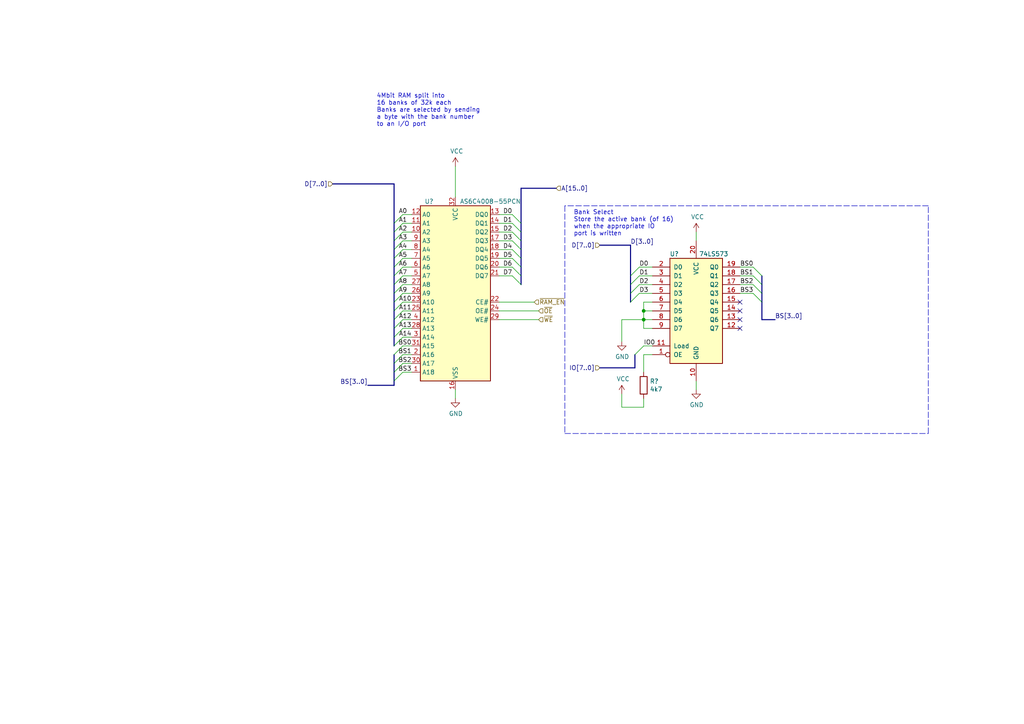
<source format=kicad_sch>
(kicad_sch (version 20211123) (generator eeschema)
  (paper "A4")
  (lib_symbols
    (symbol "74xx:74LS573" (pin_names (offset 1.016))
      (property "Reference" "U" (at -7.62 16.51 0))
      (property "Value" "74LS573" (at -7.62 -16.51 0))
      (symbol "74LS573_1_0"
        (pin input inverted (at -12.7 -12.7 0) (length 5.08) (name "OE") (number "1"))
        (pin power_in line (at 0 -20.32 90) (length 5.08) (name "GND") (number "10"))
        (pin input line (at -12.7 -10.16 0) (length 5.08) (name "Load") (number "11"))
        (pin tri_state line (at 12.7 -5.08 180) (length 5.08) (name "Q7") (number "12"))
        (pin tri_state line (at 12.7 -2.54 180) (length 5.08) (name "Q6") (number "13"))
        (pin tri_state line (at 12.7 0 180) (length 5.08) (name "Q5") (number "14"))
        (pin tri_state line (at 12.7 2.54 180) (length 5.08) (name "Q4") (number "15"))
        (pin tri_state line (at 12.7 5.08 180) (length 5.08) (name "Q3") (number "16"))
        (pin tri_state line (at 12.7 7.62 180) (length 5.08) (name "Q2") (number "17"))
        (pin tri_state line (at 12.7 10.16 180) (length 5.08) (name "Q1") (number "18"))
        (pin tri_state line (at 12.7 12.7 180) (length 5.08) (name "Q0") (number "19"))
        (pin input line (at -12.7 12.7 0) (length 5.08) (name "D0") (number "2"))
        (pin power_in line (at 0 20.32 270) (length 5.08) (name "VCC") (number "20"))
        (pin input line (at -12.7 10.16 0) (length 5.08) (name "D1") (number "3"))
        (pin input line (at -12.7 7.62 0) (length 5.08) (name "D2") (number "4"))
        (pin input line (at -12.7 5.08 0) (length 5.08) (name "D3") (number "5"))
        (pin input line (at -12.7 2.54 0) (length 5.08) (name "D4") (number "6"))
        (pin input line (at -12.7 0 0) (length 5.08) (name "D5") (number "7"))
        (pin input line (at -12.7 -2.54 0) (length 5.08) (name "D6") (number "8"))
        (pin input line (at -12.7 -5.08 0) (length 5.08) (name "D7") (number "9"))
      )
      (symbol "74LS573_1_1"
        (rectangle (start -7.62 15.24) (end 7.62 -15.24) (stroke (width 0.254)) (fill (type background)))
      )
    )
    (symbol "Device:R" (pin_numbers hide) (pin_names (offset 0))
      (property "Reference" "R" (at 2.032 0 90))
      (property "Value" "R" (at 0 0 90))
      (symbol "R_0_1"
        (rectangle (start -1.016 -2.54) (end 1.016 2.54) (stroke (width 0.254)))
      )
      (symbol "R_1_1"
        (pin passive line (at 0 3.81 270) (length 1.27) (name "~") (number "1"))
        (pin passive line (at 0 -3.81 90) (length 1.27) (name "~") (number "2"))
      )
    )
    (symbol "Memory_RAM:AS6C4008-55PCN"
      (property "Reference" "U" (at -10.16 26.035 0))
      (property "Value" "AS6C4008-55PCN" (at 2.54 26.035 0))
      (symbol "AS6C4008-55PCN_0_0"
        (pin power_in line (at 0 -27.94 90) (length 2.54) (name "VSS") (number "16"))
        (pin power_in line (at 0 27.94 270) (length 2.54) (name "VCC") (number "32"))
      )
      (symbol "AS6C4008-55PCN_0_1"
        (rectangle (start -10.16 25.4) (end 10.16 -25.4) (stroke (width 0.254)) (fill (type background)))
      )
      (symbol "AS6C4008-55PCN_1_1"
        (pin input line (at -12.7 -22.86 0) (length 2.54) (name "A18") (number "1"))
        (pin input line (at -12.7 17.78 0) (length 2.54) (name "A2") (number "10"))
        (pin input line (at -12.7 20.32 0) (length 2.54) (name "A1") (number "11"))
        (pin input line (at -12.7 22.86 0) (length 2.54) (name "A0") (number "12"))
        (pin tri_state line (at 12.7 22.86 180) (length 2.54) (name "DQ0") (number "13"))
        (pin tri_state line (at 12.7 20.32 180) (length 2.54) (name "DQ1") (number "14"))
        (pin tri_state line (at 12.7 17.78 180) (length 2.54) (name "DQ2") (number "15"))
        (pin tri_state line (at 12.7 15.24 180) (length 2.54) (name "DQ3") (number "17"))
        (pin tri_state line (at 12.7 12.7 180) (length 2.54) (name "DQ4") (number "18"))
        (pin tri_state line (at 12.7 10.16 180) (length 2.54) (name "DQ5") (number "19"))
        (pin input line (at -12.7 -17.78 0) (length 2.54) (name "A16") (number "2"))
        (pin tri_state line (at 12.7 7.62 180) (length 2.54) (name "DQ6") (number "20"))
        (pin tri_state line (at 12.7 5.08 180) (length 2.54) (name "DQ7") (number "21"))
        (pin input line (at 12.7 -2.54 180) (length 2.54) (name "CE#") (number "22"))
        (pin input line (at -12.7 -2.54 0) (length 2.54) (name "A10") (number "23"))
        (pin input line (at 12.7 -5.08 180) (length 2.54) (name "OE#") (number "24"))
        (pin input line (at -12.7 -5.08 0) (length 2.54) (name "A11") (number "25"))
        (pin input line (at -12.7 0 0) (length 2.54) (name "A9") (number "26"))
        (pin input line (at -12.7 2.54 0) (length 2.54) (name "A8") (number "27"))
        (pin input line (at -12.7 -10.16 0) (length 2.54) (name "A13") (number "28"))
        (pin input line (at 12.7 -7.62 180) (length 2.54) (name "WE#") (number "29"))
        (pin input line (at -12.7 -12.7 0) (length 2.54) (name "A14") (number "3"))
        (pin input line (at -12.7 -20.32 0) (length 2.54) (name "A17") (number "30"))
        (pin input line (at -12.7 -15.24 0) (length 2.54) (name "A15") (number "31"))
        (pin input line (at -12.7 -7.62 0) (length 2.54) (name "A12") (number "4"))
        (pin input line (at -12.7 5.08 0) (length 2.54) (name "A7") (number "5"))
        (pin input line (at -12.7 7.62 0) (length 2.54) (name "A6") (number "6"))
        (pin input line (at -12.7 10.16 0) (length 2.54) (name "A5") (number "7"))
        (pin input line (at -12.7 12.7 0) (length 2.54) (name "A4") (number "8"))
        (pin input line (at -12.7 15.24 0) (length 2.54) (name "A3") (number "9"))
      )
    )
    (symbol "power:GND" (power) (pin_names (offset 0))
      (property "Value" "GND" (at 0 -3.81 0))
      (symbol "GND_0_1"
        (polyline (pts (xy 0 0) (xy 0 -1.27) (xy 1.27 -1.27) (xy 0 -2.54) (xy -1.27 -1.27) (xy 0 -1.27)))
      )
      (symbol "GND_1_1"
        (pin power_in line (at 0 0 270) (length 0) hide (name "GND") (number "1"))
      )
    )
    (symbol "power:VCC" (power) (pin_names (offset 0))
      (property "Value" "VCC" (at 0 3.81 0))
      (symbol "VCC_0_1"
        (polyline (pts (xy -0.762 1.27) (xy 0 2.54)))
        (polyline (pts (xy 0 0) (xy 0 2.54)))
        (polyline (pts (xy 0 2.54) (xy 0.762 1.27)))
      )
      (symbol "VCC_1_1"
        (pin power_in line (at 0 0 90) (length 0) hide (name "VCC") (number "1"))
      )
    )
  )
  (junction (at 186.69 90.17))
  (junction (at 186.69 92.71))
  (no_connect (at 214.63 95.25))
  (no_connect (at 214.63 87.63))
  (no_connect (at 214.63 90.17))
  (no_connect (at 214.63 92.71))
  (bus_entry (at 186.69 100.33) (size -2.54 2.54))
  (bus_entry (at 116.84 100.33) (size -2.54 2.54))
  (bus_entry (at 116.84 69.85) (size -2.54 2.54))
  (bus_entry (at 116.84 77.47) (size -2.54 2.54))
  (bus_entry (at 185.42 80.01) (size -2.54 2.54))
  (bus_entry (at 148.59 69.85) (size 2.54 2.54))
  (bus_entry (at 185.42 77.47) (size -2.54 2.54))
  (bus_entry (at 218.44 82.55) (size 2.54 2.54))
  (bus_entry (at 116.84 92.71) (size -2.54 2.54))
  (bus_entry (at 185.42 85.09) (size -2.54 2.54))
  (bus_entry (at 116.84 90.17) (size -2.54 2.54))
  (bus_entry (at 116.84 64.77) (size -2.54 2.54))
  (bus_entry (at 148.59 62.23) (size 2.54 2.54))
  (bus_entry (at 116.84 105.41) (size -2.54 2.54))
  (bus_entry (at 116.84 82.55) (size -2.54 2.54))
  (bus_entry (at 218.44 77.47) (size 2.54 2.54))
  (bus_entry (at 218.44 85.09) (size 2.54 2.54))
  (bus_entry (at 148.59 67.31) (size 2.54 2.54))
  (bus_entry (at 116.84 97.79) (size -2.54 2.54))
  (bus_entry (at 116.84 72.39) (size -2.54 2.54))
  (bus_entry (at 148.59 64.77) (size 2.54 2.54))
  (bus_entry (at 116.84 87.63) (size -2.54 2.54))
  (bus_entry (at 116.84 102.87) (size -2.54 2.54))
  (bus_entry (at 116.84 107.95) (size -2.54 2.54))
  (bus_entry (at 148.59 77.47) (size 2.54 2.54))
  (bus_entry (at 116.84 67.31) (size -2.54 2.54))
  (bus_entry (at 116.84 74.93) (size -2.54 2.54))
  (bus_entry (at 148.59 72.39) (size 2.54 2.54))
  (bus_entry (at 218.44 80.01) (size 2.54 2.54))
  (bus_entry (at 148.59 74.93) (size 2.54 2.54))
  (bus_entry (at 116.84 95.25) (size -2.54 2.54))
  (bus_entry (at 116.84 80.01) (size -2.54 2.54))
  (bus_entry (at 116.84 62.23) (size -2.54 2.54))
  (bus_entry (at 116.84 85.09) (size -2.54 2.54))
  (bus_entry (at 185.42 82.55) (size -2.54 2.54))
  (bus_entry (at 148.59 80.01) (size 2.54 2.54))
  (bus (pts (xy 114.3 53.34) (xy 96.52 53.34)))
  (wire (pts (xy 116.84 102.87) (xy 119.38 102.87)))
  (wire (pts (xy 186.69 92.71) (xy 186.69 95.25)))
  (wire (pts (xy 201.93 113.03) (xy 201.93 110.49)))
  (wire (pts (xy 180.34 118.11) (xy 186.69 118.11)))
  (wire (pts (xy 119.38 80.01) (xy 116.84 80.01)))
  (bus (pts (xy 114.3 64.77) (xy 114.3 67.31)))
  (bus (pts (xy 182.88 80.01) (xy 182.88 82.55)))
  (bus (pts (xy 114.3 82.55) (xy 114.3 85.09)))
  (wire (pts (xy 180.34 114.3) (xy 180.34 118.11)))
  (wire (pts (xy 144.78 62.23) (xy 148.59 62.23)))
  (wire (pts (xy 185.42 80.01) (xy 189.23 80.01)))
  (bus (pts (xy 151.13 74.93) (xy 151.13 77.47)))
  (wire (pts (xy 119.38 90.17) (xy 116.84 90.17)))
  (wire (pts (xy 119.38 67.31) (xy 116.84 67.31)))
  (wire (pts (xy 186.69 102.87) (xy 189.23 102.87)))
  (wire (pts (xy 156.21 90.17) (xy 144.78 90.17)))
  (wire (pts (xy 116.84 100.33) (xy 119.38 100.33)))
  (bus (pts (xy 220.98 85.09) (xy 220.98 87.63)))
  (wire (pts (xy 116.84 107.95) (xy 119.38 107.95)))
  (wire (pts (xy 132.08 48.26) (xy 132.08 57.15)))
  (bus (pts (xy 114.3 87.63) (xy 114.3 90.17)))
  (wire (pts (xy 186.69 92.71) (xy 189.23 92.71)))
  (bus (pts (xy 220.98 87.63) (xy 220.98 92.71)))
  (bus (pts (xy 114.3 85.09) (xy 114.3 87.63)))
  (bus (pts (xy 114.3 102.87) (xy 114.3 105.41)))
  (wire (pts (xy 116.84 105.41) (xy 119.38 105.41)))
  (wire (pts (xy 156.21 92.71) (xy 144.78 92.71)))
  (wire (pts (xy 116.84 97.79) (xy 119.38 97.79)))
  (wire (pts (xy 119.38 74.93) (xy 116.84 74.93)))
  (wire (pts (xy 144.78 72.39) (xy 148.59 72.39)))
  (wire (pts (xy 214.63 85.09) (xy 218.44 85.09)))
  (bus (pts (xy 114.3 92.71) (xy 114.3 95.25)))
  (wire (pts (xy 186.69 118.11) (xy 186.69 115.57)))
  (wire (pts (xy 189.23 87.63) (xy 186.69 87.63)))
  (wire (pts (xy 119.38 87.63) (xy 116.84 87.63)))
  (wire (pts (xy 186.69 102.87) (xy 186.69 107.95)))
  (wire (pts (xy 214.63 77.47) (xy 218.44 77.47)))
  (bus (pts (xy 151.13 77.47) (xy 151.13 80.01)))
  (bus (pts (xy 114.3 97.79) (xy 114.3 100.33)))
  (polyline (pts (xy 163.83 125.73) (xy 269.24 125.73)))
  (bus (pts (xy 114.3 77.47) (xy 114.3 80.01)))
  (bus (pts (xy 182.88 85.09) (xy 182.88 87.63)))
  (bus (pts (xy 220.98 92.71) (xy 224.79 92.71)))
  (wire (pts (xy 119.38 77.47) (xy 116.84 77.47)))
  (wire (pts (xy 144.78 67.31) (xy 148.59 67.31)))
  (wire (pts (xy 144.78 80.01) (xy 148.59 80.01)))
  (bus (pts (xy 114.3 105.41) (xy 114.3 107.95)))
  (wire (pts (xy 119.38 72.39) (xy 116.84 72.39)))
  (wire (pts (xy 180.34 99.06) (xy 180.34 92.71)))
  (bus (pts (xy 151.13 64.77) (xy 151.13 67.31)))
  (wire (pts (xy 119.38 92.71) (xy 116.84 92.71)))
  (bus (pts (xy 173.99 71.12) (xy 182.88 71.12)))
  (wire (pts (xy 144.78 74.93) (xy 148.59 74.93)))
  (bus (pts (xy 114.3 72.39) (xy 114.3 74.93)))
  (wire (pts (xy 186.69 90.17) (xy 189.23 90.17)))
  (bus (pts (xy 182.88 82.55) (xy 182.88 85.09)))
  (bus (pts (xy 151.13 80.01) (xy 151.13 82.55)))
  (wire (pts (xy 185.42 82.55) (xy 189.23 82.55)))
  (bus (pts (xy 151.13 54.61) (xy 161.29 54.61)))
  (bus (pts (xy 151.13 54.61) (xy 151.13 64.77)))
  (bus (pts (xy 184.15 106.68) (xy 173.99 106.68)))
  (wire (pts (xy 119.38 82.55) (xy 116.84 82.55)))
  (wire (pts (xy 218.44 82.55) (xy 214.63 82.55)))
  (bus (pts (xy 114.3 107.95) (xy 114.3 110.49)))
  (wire (pts (xy 186.69 95.25) (xy 189.23 95.25)))
  (bus (pts (xy 114.3 53.34) (xy 114.3 64.77)))
  (bus (pts (xy 114.3 90.17) (xy 114.3 92.71)))
  (wire (pts (xy 214.63 80.01) (xy 218.44 80.01)))
  (wire (pts (xy 201.93 67.31) (xy 201.93 69.85)))
  (wire (pts (xy 180.34 92.71) (xy 186.69 92.71)))
  (wire (pts (xy 119.38 85.09) (xy 116.84 85.09)))
  (wire (pts (xy 144.78 64.77) (xy 148.59 64.77)))
  (wire (pts (xy 119.38 62.23) (xy 116.84 62.23)))
  (wire (pts (xy 119.38 69.85) (xy 116.84 69.85)))
  (wire (pts (xy 186.69 100.33) (xy 189.23 100.33)))
  (wire (pts (xy 185.42 85.09) (xy 189.23 85.09)))
  (bus (pts (xy 151.13 67.31) (xy 151.13 69.85)))
  (wire (pts (xy 186.69 92.71) (xy 186.69 90.17)))
  (wire (pts (xy 186.69 90.17) (xy 186.69 87.63)))
  (bus (pts (xy 182.88 71.12) (xy 182.88 80.01)))
  (bus (pts (xy 114.3 80.01) (xy 114.3 82.55)))
  (bus (pts (xy 184.15 102.87) (xy 184.15 106.68)))
  (bus (pts (xy 151.13 69.85) (xy 151.13 72.39)))
  (bus (pts (xy 114.3 95.25) (xy 114.3 97.79)))
  (bus (pts (xy 220.98 82.55) (xy 220.98 85.09)))
  (bus (pts (xy 114.3 67.31) (xy 114.3 69.85)))
  (wire (pts (xy 154.94 87.63) (xy 144.78 87.63)))
  (wire (pts (xy 185.42 77.47) (xy 189.23 77.47)))
  (bus (pts (xy 114.3 110.49) (xy 114.3 111.76)))
  (bus (pts (xy 151.13 72.39) (xy 151.13 74.93)))
  (bus (pts (xy 114.3 74.93) (xy 114.3 77.47)))
  (wire (pts (xy 144.78 77.47) (xy 148.59 77.47)))
  (polyline (pts (xy 269.24 125.73) (xy 269.24 59.69)))
  (wire (pts (xy 132.08 113.03) (xy 132.08 115.57)))
  (wire (pts (xy 144.78 69.85) (xy 148.59 69.85)))
  (bus (pts (xy 114.3 69.85) (xy 114.3 72.39)))
  (polyline (pts (xy 269.24 59.69) (xy 163.83 59.69)))
  (bus (pts (xy 220.98 80.01) (xy 220.98 82.55)))
  (wire (pts (xy 119.38 95.25) (xy 116.84 95.25)))
  (wire (pts (xy 119.38 64.77) (xy 116.84 64.77)))
  (bus (pts (xy 114.3 111.76) (xy 106.68 111.76)))
  (polyline (pts (xy 163.83 59.69) (xy 163.83 125.73)))
  (text "4Mbit RAM split into\n16 banks of 32k each\nBanks are selected by sending\na byte with the bank number\nto an I/O port" (at 109.22 36.83 0) (effects (font (size 1.27 1.27)) (justify left bottom)))
  (text "Bank Select\nStore the active bank (of 16)\nwhen the appropriate IO\nport is written" (at 166.37 68.58 0) (effects (font (size 1.27 1.27)) (justify left bottom)))
  (label "A3" (at 118.11 69.85 180))
  (label "A4" (at 118.11 72.39 180))
  (label "D0" (at 185.42 77.47 0))
  (label "A5" (at 118.11 74.93 180))
  (label "IO0" (at 186.69 100.33 0))
  (label "D[3..0]" (at 182.88 71.12 0))
  (label "BS3" (at 119.38 107.95 180))
  (label "A14" (at 119.38 97.79 180))
  (label "D4" (at 148.59 72.39 180))
  (label "A9" (at 118.11 85.09 180))
  (label "A11" (at 119.38 90.17 180))
  (label "A0" (at 118.11 62.23 180))
  (label "A6" (at 118.11 77.47 180))
  (label "D2" (at 185.42 82.55 0))
  (label "BS0" (at 214.63 77.47 0))
  (label "D6" (at 148.59 77.47 180))
  (label "D3" (at 148.59 69.85 180))
  (label "BS1" (at 119.38 102.87 180))
  (label "A13" (at 119.38 95.25 180))
  (label "BS[3..0]" (at 224.79 92.71 0))
  (label "A2" (at 118.11 67.31 180))
  (label "BS2" (at 119.38 105.41 180))
  (label "D0" (at 148.59 62.23 180))
  (label "A8" (at 118.11 82.55 180))
  (label "D5" (at 148.59 74.93 180))
  (label "BS[3..0]" (at 106.68 111.76 180))
  (label "BS2" (at 214.63 82.55 0))
  (label "A1" (at 118.11 64.77 180))
  (label "BS0" (at 119.38 100.33 180))
  (label "A12" (at 119.38 92.71 180))
  (label "BS1" (at 214.63 80.01 0))
  (label "D7" (at 148.59 80.01 180))
  (label "A7" (at 118.11 80.01 180))
  (label "D1" (at 185.42 80.01 0))
  (label "D1" (at 148.59 64.77 180))
  (label "A10" (at 119.38 87.63 180))
  (label "BS3" (at 214.63 85.09 0))
  (label "D3" (at 185.42 85.09 0))
  (label "D2" (at 148.59 67.31 180))
  (hierarchical_label "A[15..0]" (shape input) (at 161.29 54.61 0))
  (hierarchical_label "~{RAM_EN}" (shape input) (at 154.94 87.63 0))
  (hierarchical_label "IO[7..0]" (shape input) (at 173.99 106.68 180))
  (hierarchical_label "~{WE}" (shape input) (at 156.21 92.71 0))
  (hierarchical_label "~{OE}" (shape input) (at 156.21 90.17 0))
  (hierarchical_label "D[7..0]" (shape input) (at 173.99 71.12 180))
  (hierarchical_label "D[7..0]" (shape input) (at 96.52 53.34 180))
  (symbol (lib_id "power:VCC") (at 132.08 48.26 0) (unit 1)
    (property "Reference" "#PWR?" (effects hide))
    (property "Value" "VCC" (at 132.461 43.8658 0))
  )
  (symbol (lib_id "power:GND") (at 132.08 115.57 0) (unit 1)
    (property "Reference" "#PWR?" (effects hide))
    (property "Value" "GND" (at 132.207 119.9642 0))
  )
  (symbol (lib_id "74xx:74LS573") (at 201.93 90.17 0) (unit 1)
    (property "Reference" "U?" (at 195.58 73.66 0))
    (property "Value" "74LS573" (at 207.01 73.66 0))
    (property "Datasheet" "74xx/74hc573.pdf" (effects hide))
  )
  (symbol (lib_id "power:VCC") (at 201.93 67.31 0) (unit 1)
    (property "Reference" "#PWR?" (effects hide))
    (property "Value" "VCC" (at 202.311 62.9158 0))
  )
  (symbol (lib_id "power:GND") (at 201.93 113.03 0) (unit 1)
    (property "Reference" "#PWR?" (effects hide))
    (property "Value" "GND" (at 202.057 117.4242 0))
  )
  (symbol (lib_id "Device:R") (at 186.69 111.76 0) (unit 1)
    (property "Reference" "R?" (at 188.468 110.5916 0) (effects (justify left)))
    (property "Value" "4k7" (at 188.468 112.903 0) (effects (justify left)))
  )
  (symbol (lib_id "power:VCC") (at 180.34 114.3 0) (unit 1)
    (property "Reference" "#PWR?" (effects hide))
    (property "Value" "VCC" (at 180.721 109.9058 0))
  )
  (symbol (lib_id "power:GND") (at 180.34 99.06 0) (unit 1)
    (property "Reference" "#PWR?" (effects hide))
    (property "Value" "GND" (at 180.467 103.4542 0))
  )
  (symbol (lib_id "Memory_RAM:AS6C4008-55PCN") (at 132.08 85.09 0) (unit 1)
    (property "Reference" "U?" (at 124.46 58.42 0))
    (property "Value" "AS6C4008-55PCN" (at 142.24 58.42 0))
    (property "Footprint" "Package_DIP:DIP-32_W15.24mm" (effects hide))
    (property "Datasheet" "https://www.alliancememory.com/wp-content/uploads/pdf/AS6C4008.pdf" (effects hide))
  )
)
</source>
